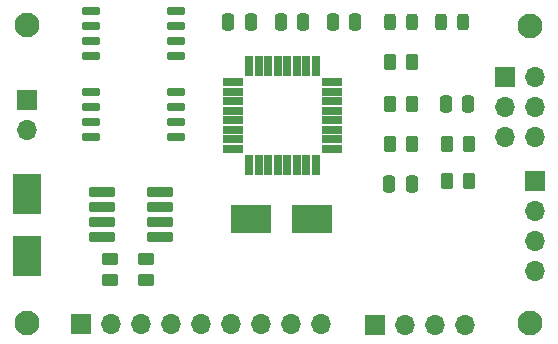
<source format=gts>
%TF.GenerationSoftware,KiCad,Pcbnew,7.0.11*%
%TF.CreationDate,2024-06-18T14:21:46+05:30*%
%TF.ProjectId,Atmega328p_board,41746d65-6761-4333-9238-705f626f6172,1*%
%TF.SameCoordinates,Original*%
%TF.FileFunction,Soldermask,Top*%
%TF.FilePolarity,Negative*%
%FSLAX46Y46*%
G04 Gerber Fmt 4.6, Leading zero omitted, Abs format (unit mm)*
G04 Created by KiCad (PCBNEW 7.0.11) date 2024-06-18 14:21:46*
%MOMM*%
%LPD*%
G01*
G04 APERTURE LIST*
G04 Aperture macros list*
%AMRoundRect*
0 Rectangle with rounded corners*
0 $1 Rounding radius*
0 $2 $3 $4 $5 $6 $7 $8 $9 X,Y pos of 4 corners*
0 Add a 4 corners polygon primitive as box body*
4,1,4,$2,$3,$4,$5,$6,$7,$8,$9,$2,$3,0*
0 Add four circle primitives for the rounded corners*
1,1,$1+$1,$2,$3*
1,1,$1+$1,$4,$5*
1,1,$1+$1,$6,$7*
1,1,$1+$1,$8,$9*
0 Add four rect primitives between the rounded corners*
20,1,$1+$1,$2,$3,$4,$5,0*
20,1,$1+$1,$4,$5,$6,$7,0*
20,1,$1+$1,$6,$7,$8,$9,0*
20,1,$1+$1,$8,$9,$2,$3,0*%
G04 Aperture macros list end*
%ADD10RoundRect,0.250000X-0.250000X-0.475000X0.250000X-0.475000X0.250000X0.475000X-0.250000X0.475000X0*%
%ADD11R,1.700000X1.700000*%
%ADD12O,1.700000X1.700000*%
%ADD13RoundRect,0.250000X0.262500X0.450000X-0.262500X0.450000X-0.262500X-0.450000X0.262500X-0.450000X0*%
%ADD14RoundRect,0.250000X0.450000X-0.262500X0.450000X0.262500X-0.450000X0.262500X-0.450000X-0.262500X0*%
%ADD15RoundRect,0.250000X-0.450000X0.262500X-0.450000X-0.262500X0.450000X-0.262500X0.450000X0.262500X0*%
%ADD16R,2.400000X3.500000*%
%ADD17C,2.100000*%
%ADD18RoundRect,0.243750X-0.243750X-0.456250X0.243750X-0.456250X0.243750X0.456250X-0.243750X0.456250X0*%
%ADD19RoundRect,0.250000X0.250000X0.475000X-0.250000X0.475000X-0.250000X-0.475000X0.250000X-0.475000X0*%
%ADD20RoundRect,0.150000X-0.650000X-0.150000X0.650000X-0.150000X0.650000X0.150000X-0.650000X0.150000X0*%
%ADD21RoundRect,0.099250X-0.987750X-0.297750X0.987750X-0.297750X0.987750X0.297750X-0.987750X0.297750X0*%
%ADD22RoundRect,0.250000X-0.262500X-0.450000X0.262500X-0.450000X0.262500X0.450000X-0.262500X0.450000X0*%
%ADD23R,3.500000X2.400000*%
%ADD24RoundRect,0.094250X-0.742750X-0.282750X0.742750X-0.282750X0.742750X0.282750X-0.742750X0.282750X0*%
%ADD25RoundRect,0.094250X-0.282750X-0.742750X0.282750X-0.742750X0.282750X0.742750X-0.282750X0.742750X0*%
G04 APERTURE END LIST*
D10*
%TO.C,C1*%
X157327600Y-88036400D03*
X159227600Y-88036400D03*
%TD*%
D11*
%TO.C,J1*%
X164896800Y-94538800D03*
D12*
X164896800Y-97078800D03*
X164896800Y-99618800D03*
X164896800Y-102158800D03*
%TD*%
D13*
%TO.C,R7*%
X154453200Y-91440000D03*
X152628200Y-91440000D03*
%TD*%
D14*
%TO.C,R3*%
X131937800Y-102995100D03*
X131937800Y-101170100D03*
%TD*%
D11*
%TO.C,BT1*%
X121894600Y-87752000D03*
D12*
X121894600Y-90292000D03*
%TD*%
D15*
%TO.C,R2*%
X128889800Y-101170100D03*
X128889800Y-102995100D03*
%TD*%
D16*
%TO.C,Y2*%
X121920000Y-100898000D03*
X121920000Y-95698000D03*
%TD*%
D11*
%TO.C,J4*%
X162356800Y-85750400D03*
D12*
X164896800Y-85750400D03*
X162356800Y-88290400D03*
X164896800Y-88290400D03*
X162356800Y-90830400D03*
X164896800Y-90830400D03*
%TD*%
D10*
%TO.C,C4*%
X143388000Y-81153000D03*
X145288000Y-81153000D03*
%TD*%
D17*
%TO.C,H2*%
X164439600Y-106629200D03*
%TD*%
D11*
%TO.C,J2*%
X151384000Y-106730800D03*
D12*
X153924000Y-106730800D03*
X156464000Y-106730800D03*
X159004000Y-106730800D03*
%TD*%
D18*
%TO.C,D1*%
X152638800Y-81127600D03*
X154513800Y-81127600D03*
%TD*%
D10*
%TO.C,C2*%
X152570700Y-94792800D03*
X154470700Y-94792800D03*
%TD*%
D19*
%TO.C,C5*%
X149651800Y-81127600D03*
X147751800Y-81127600D03*
%TD*%
D20*
%TO.C,U1*%
X127293000Y-80213200D03*
X127293000Y-81483200D03*
X127293000Y-82753200D03*
X127293000Y-84023200D03*
X134493000Y-84023200D03*
X134493000Y-82753200D03*
X134493000Y-81483200D03*
X134493000Y-80213200D03*
%TD*%
D17*
%TO.C,H4*%
X121894600Y-106578400D03*
%TD*%
D21*
%TO.C,U4*%
X128208000Y-95504000D03*
X128208000Y-96774000D03*
X128208000Y-98044000D03*
X128208000Y-99314000D03*
X133158000Y-99314000D03*
X133158000Y-98044000D03*
X133158000Y-96774000D03*
X133158000Y-95504000D03*
%TD*%
D22*
%TO.C,R6*%
X157441300Y-94589600D03*
X159266300Y-94589600D03*
%TD*%
D10*
%TO.C,C3*%
X138938000Y-81153000D03*
X140838000Y-81153000D03*
%TD*%
D23*
%TO.C,Y1*%
X146008400Y-97790000D03*
X140808400Y-97790000D03*
%TD*%
D17*
%TO.C,H3*%
X121920000Y-81330800D03*
%TD*%
D11*
%TO.C,J3*%
X126466600Y-106705400D03*
D12*
X129006600Y-106705400D03*
X131546600Y-106705400D03*
X134086600Y-106705400D03*
X136626600Y-106705400D03*
X139166600Y-106705400D03*
X141706600Y-106705400D03*
X144246600Y-106705400D03*
X146786600Y-106705400D03*
%TD*%
D20*
%TO.C,U2*%
X127293000Y-87043200D03*
X127293000Y-88313200D03*
X127293000Y-89583200D03*
X127293000Y-90853200D03*
X134493000Y-90853200D03*
X134493000Y-89583200D03*
X134493000Y-88313200D03*
X134493000Y-87043200D03*
%TD*%
D22*
%TO.C,R1*%
X157456500Y-91440000D03*
X159281500Y-91440000D03*
%TD*%
%TO.C,R4*%
X152655900Y-84531200D03*
X154480900Y-84531200D03*
%TD*%
D17*
%TO.C,H1*%
X164439600Y-81432400D03*
%TD*%
D18*
%TO.C,D2*%
X156954500Y-81127600D03*
X158829500Y-81127600D03*
%TD*%
D22*
%TO.C,R5*%
X152628200Y-88036400D03*
X154453200Y-88036400D03*
%TD*%
D24*
%TO.C,U3*%
X139340000Y-86227000D03*
X139340000Y-87027000D03*
X139340000Y-87827000D03*
X139340000Y-88627000D03*
X139340000Y-89427000D03*
X139340000Y-90227000D03*
X139340000Y-91027000D03*
X139340000Y-91827000D03*
D25*
X140710000Y-93197000D03*
X141510000Y-93197000D03*
X142310000Y-93197000D03*
X143110000Y-93197000D03*
X143910000Y-93197000D03*
X144710000Y-93197000D03*
X145510000Y-93197000D03*
X146310000Y-93197000D03*
D24*
X147680000Y-91827000D03*
X147680000Y-91027000D03*
X147680000Y-90227000D03*
X147680000Y-89427000D03*
X147680000Y-88627000D03*
X147680000Y-87827000D03*
X147680000Y-87027000D03*
X147680000Y-86227000D03*
D25*
X146310000Y-84857000D03*
X145510000Y-84857000D03*
X144710000Y-84857000D03*
X143910000Y-84857000D03*
X143110000Y-84857000D03*
X142310000Y-84857000D03*
X141510000Y-84857000D03*
X140710000Y-84857000D03*
%TD*%
M02*

</source>
